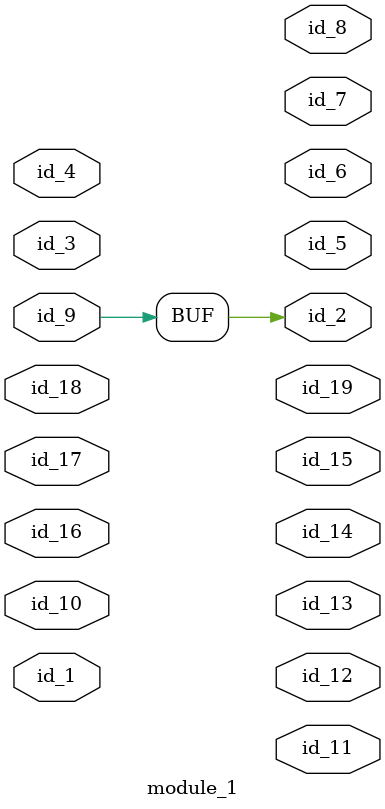
<source format=v>
module module_0;
  wire id_1;
endmodule
module module_1 (
    id_1,
    id_2,
    id_3,
    id_4,
    id_5,
    id_6,
    id_7,
    id_8,
    id_9,
    id_10,
    id_11,
    id_12,
    id_13,
    id_14,
    id_15,
    id_16,
    id_17,
    id_18,
    id_19
);
  output wire id_19;
  inout wire id_18;
  input wire id_17;
  input wire id_16;
  output wire id_15;
  output wire id_14;
  output wire id_13;
  output wire id_12;
  output wire id_11;
  module_0 modCall_1 ();
  input wire id_10;
  input wire id_9;
  output wire id_8;
  output wire id_7;
  output wire id_6;
  output wire id_5;
  inout wire id_4;
  input wire id_3;
  output reg id_2;
  input wire id_1;
  always id_2 <= id_9;
endmodule

</source>
